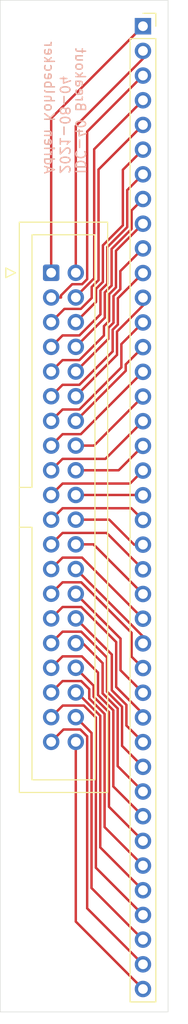
<source format=kicad_pcb>
(kicad_pcb (version 20211014) (generator pcbnew)
  (layers (0 "F.Cu" signal) (31 "B.Cu" signal) (34 "B.Paste" user) (35 "F.Paste" user) (36 "B.SilkS" user "B.Silkscreen") (37 "F.SilkS" user "F.Silkscreen") (38 "B.Mask" user) (39 "F.Mask" user) (44 "Edge.Cuts" user))
  (net 0 "")
  (net 1 "Net-(J1-Pad40)")
  (net 2 "Net-(J1-Pad39)")
  (net 3 "Net-(J1-Pad38)")
  (net 4 "Net-(J1-Pad37)")
  (net 5 "Net-(J1-Pad36)")
  (net 6 "Net-(J1-Pad35)")
  (net 7 "Net-(J1-Pad34)")
  (net 8 "Net-(J1-Pad33)")
  (net 9 "Net-(J1-Pad32)")
  (net 10 "Net-(J1-Pad31)")
  (net 11 "Net-(J1-Pad30)")
  (net 12 "Net-(J1-Pad29)")
  (net 13 "Net-(J1-Pad28)")
  (net 14 "Net-(J1-Pad27)")
  (net 15 "Net-(J1-Pad26)")
  (net 16 "Net-(J1-Pad25)")
  (net 17 "Net-(J1-Pad24)")
  (net 18 "Net-(J1-Pad23)")
  (net 19 "Net-(J1-Pad22)")
  (net 20 "Net-(J1-Pad21)")
  (net 21 "Net-(J1-Pad20)")
  (net 22 "Net-(J1-Pad19)")
  (net 23 "Net-(J1-Pad18)")
  (net 24 "Net-(J1-Pad17)")
  (net 25 "Net-(J1-Pad16)")
  (net 26 "Net-(J1-Pad15)")
  (net 27 "Net-(J1-Pad14)")
  (net 28 "Net-(J1-Pad13)")
  (net 29 "Net-(J1-Pad12)")
  (net 30 "Net-(J1-Pad11)")
  (net 31 "Net-(J1-Pad10)")
  (net 32 "Net-(J1-Pad9)")
  (net 33 "Net-(J1-Pad8)")
  (net 34 "Net-(J1-Pad7)")
  (net 35 "Net-(J1-Pad6)")
  (net 36 "Net-(J1-Pad5)")
  (net 37 "Net-(J1-Pad4)")
  (net 38 "Net-(J1-Pad3)")
  (net 39 "Net-(J1-Pad2)")
  (net 40 "Net-(J1-Pad1)")
  (footprint "Connector_PinSocket_2.54mm:PinSocket_1x40_P2.54mm_Vertical" (layer "F.Cu") (at 103.5558 40.416)
    (fp_text reference "J1" hide)
    (fp_text value "Conn_01x40")
    (fp_line (start -1.33 1.27) (end 1.33 1.27) (layer "F.SilkS") (width 0.12))
    (fp_line (start 0 -1.33) (end 1.33 -1.33) (layer "F.SilkS") (width 0.12))
    (fp_line (start -1.33 100.39) (end 1.33 100.39) (layer "F.SilkS") (width 0.12))
    (fp_line (start 1.33 1.27) (end 1.33 100.39) (layer "F.SilkS") (width 0.12))
    (fp_line (start -1.33 1.27) (end -1.33 100.39) (layer "F.SilkS") (width 0.12))
    (fp_line (start 1.33 -1.33) (end 1.33 0) (layer "F.SilkS") (width 0.12))
    (pad "1" thru_hole rect locked (at 0 0) (size 1.7 1.7) (drill 1) (layers *.Cu *.Mask) (net 40 "Net-(J1-Pad1)"))
    (pad "2" thru_hole oval locked (at 0 2.54) (size 1.7 1.7) (drill 1) (layers *.Cu *.Mask) (net 39 "Net-(J1-Pad2)"))
    (pad "3" thru_hole oval locked (at 0 5.08) (size 1.7 1.7) (drill 1) (layers *.Cu *.Mask) (net 38 "Net-(J1-Pad3)"))
    (pad "4" thru_hole oval locked (at 0 7.62) (size 1.7 1.7) (drill 1) (layers *.Cu *.Mask) (net 37 "Net-(J1-Pad4)"))
    (pad "5" thru_hole oval locked (at 0 10.16) (size 1.7 1.7) (drill 1) (layers *.Cu *.Mask) (net 36 "Net-(J1-Pad5)"))
    (pad "6" thru_hole oval locked (at 0 12.7) (size 1.7 1.7) (drill 1) (layers *.Cu *.Mask) (net 35 "Net-(J1-Pad6)"))
    (pad "7" thru_hole oval locked (at 0 15.24) (size 1.7 1.7) (drill 1) (layers *.Cu *.Mask) (net 34 "Net-(J1-Pad7)"))
    (pad "8" thru_hole oval locked (at 0 17.78) (size 1.7 1.7) (drill 1) (layers *.Cu *.Mask) (net 33 "Net-(J1-Pad8)"))
    (pad "9" thru_hole oval locked (at 0 20.32) (size 1.7 1.7) (drill 1) (layers *.Cu *.Mask) (net 32 "Net-(J1-Pad9)"))
    (pad "10" thru_hole oval locked (at 0 22.86) (size 1.7 1.7) (drill 1) (layers *.Cu *.Mask) (net 31 "Net-(J1-Pad10)"))
    (pad "11" thru_hole oval locked (at 0 25.4) (size 1.7 1.7) (drill 1) (layers *.Cu *.Mask) (net 30 "Net-(J1-Pad11)"))
    (pad "12" thru_hole oval locked (at 0 27.94) (size 1.7 1.7) (drill 1) (layers *.Cu *.Mask) (net 29 "Net-(J1-Pad12)"))
    (pad "13" thru_hole oval locked (at 0 30.48) (size 1.7 1.7) (drill 1) (layers *.Cu *.Mask) (net 28 "Net-(J1-Pad13)"))
    (pad "14" thru_hole oval locked (at 0 33.02) (size 1.7 1.7) (drill 1) (layers *.Cu *.Mask) (net 27 "Net-(J1-Pad14)"))
    (pad "15" thru_hole oval locked (at 0 35.56) (size 1.7 1.7) (drill 1) (layers *.Cu *.Mask) (net 26 "Net-(J1-Pad15)"))
    (pad "16" thru_hole oval locked (at 0 38.1) (size 1.7 1.7) (drill 1) (layers *.Cu *.Mask) (net 25 "Net-(J1-Pad16)"))
    (pad "17" thru_hole oval locked (at 0 40.64) (size 1.7 1.7) (drill 1) (layers *.Cu *.Mask) (net 24 "Net-(J1-Pad17)"))
    (pad "18" thru_hole oval locked (at 0 43.18) (size 1.7 1.7) (drill 1) (layers *.Cu *.Mask) (net 23 "Net-(J1-Pad18)"))
    (pad "19" thru_hole oval locked (at 0 45.72) (size 1.7 1.7) (drill 1) (layers *.Cu *.Mask) (net 22 "Net-(J1-Pad19)"))
    (pad "20" thru_hole oval locked (at 0 48.26) (size 1.7 1.7) (drill 1) (layers *.Cu *.Mask) (net 21 "Net-(J1-Pad20)"))
    (pad "21" thru_hole oval locked (at 0 50.8) (size 1.7 1.7) (drill 1) (layers *.Cu *.Mask) (net 20 "Net-(J1-Pad21)"))
    (pad "22" thru_hole oval locked (at 0 53.34) (size 1.7 1.7) (drill 1) (layers *.Cu *.Mask) (net 19 "Net-(J1-Pad22)"))
    (pad "23" thru_hole oval locked (at 0 55.88) (size 1.7 1.7) (drill 1) (layers *.Cu *.Mask) (net 18 "Net-(J1-Pad23)"))
    (pad "24" thru_hole oval locked (at 0 58.42) (size 1.7 1.7) (drill 1) (layers *.Cu *.Mask) (net 17 "Net-(J1-Pad24)"))
    (pad "25" thru_hole oval locked (at 0 60.96) (size 1.7 1.7) (drill 1) (layers *.Cu *.Mask) (net 16 "Net-(J1-Pad25)"))
    (pad "26" thru_hole oval locked (at 0 63.5) (size 1.7 1.7) (drill 1) (layers *.Cu *.Mask) (net 15 "Net-(J1-Pad26)"))
    (pad "27" thru_hole oval locked (at 0 66.04) (size 1.7 1.7) (drill 1) (layers *.Cu *.Mask) (net 14 "Net-(J1-Pad27)"))
    (pad "28" thru_hole oval locked (at 0 68.58) (size 1.7 1.7) (drill 1) (layers *.Cu *.Mask) (net 13 "Net-(J1-Pad28)"))
    (pad "29" thru_hole oval locked (at 0 71.12) (size 1.7 1.7) (drill 1) (layers *.Cu *.Mask) (net 12 "Net-(J1-Pad29)"))
    (pad "30" thru_hole oval locked (at 0 73.66) (size 1.7 1.7) (drill 1) (layers *.Cu *.Mask) (net 11 "Net-(J1-Pad30)"))
    (pad "31" thru_hole oval locked (at 0 76.2) (size 1.7 1.7) (drill 1) (layers *.Cu *.Mask) (net 10 "Net-(J1-Pad31)"))
    (pad "32" thru_hole oval locked (at 0 78.74) (size 1.7 1.7) (drill 1) (layers *.Cu *.Mask) (net 9 "Net-(J1-Pad32)"))
    (pad "33" thru_hole oval locked (at 0 81.28) (size 1.7 1.7) (drill 1) (layers *.Cu *.Mask) (net 8 "Net-(J1-Pad33)"))
    (pad "34" thru_hole oval locked (at 0 83.82) (size 1.7 1.7) (drill 1) (layers *.Cu *.Mask) (net 7 "Net-(J1-Pad34)"))
    (pad "35" thru_hole oval locked (at 0 86.36) (size 1.7 1.7) (drill 1) (layers *.Cu *.Mask) (net 6 "Net-(J1-Pad35)"))
    (pad "36" thru_hole oval locked (at 0 88.9) (size 1.7 1.7) (drill 1) (layers *.Cu *.Mask) (net 5 "Net-(J1-Pad36)"))
    (pad "37" thru_hole oval locked (at 0 91.44) (size 1.7 1.7) (drill 1) (layers *.Cu *.Mask) (net 4 "Net-(J1-Pad37)"))
    (pad "38" thru_hole oval locked (at 0 93.98) (size 1.7 1.7) (drill 1) (layers *.Cu *.Mask) (net 3 "Net-(J1-Pad38)"))
    (pad "39" thru_hole oval locked (at 0 96.52) (size 1.7 1.7) (drill 1) (layers *.Cu *.Mask) (net 2 "Net-(J1-Pad39)"))
    (pad "40" thru_hole oval locked (at 0 99.06) (size 1.7 1.7) (drill 1) (layers *.Cu *.Mask) (net 1 "Net-(J1-Pad40)"))
  )
  (footprint "Connector_IDC:IDC-Header_2x20_P2.54mm_Vertical" (layer "F.Cu") (at 94.0816 65.786)
    (fp_text reference "J2" hide)
    (fp_text value "Conn_01x40")
    (fp_line (start 4.52 52.17) (end -1.98 52.17) (layer "F.SilkS") (width 0.12))
    (fp_line (start -1.98 -3.91) (end 4.52 -3.91) (layer "F.SilkS") (width 0.12))
    (fp_line (start -3.29 -5.21) (end 5.83 -5.21) (layer "F.SilkS") (width 0.12))
    (fp_line (start 5.83 -5.21) (end 5.83 53.47) (layer "F.SilkS") (width 0.12))
    (fp_line (start 4.52 -3.91) (end 4.52 52.17) (layer "F.SilkS") (width 0.12))
    (fp_line (start -3.29 53.47) (end -3.29 -5.21) (layer "F.SilkS") (width 0.12))
    (fp_line (start -1.98 26.18) (end -1.98 26.18) (layer "F.SilkS") (width 0.12))
    (fp_line (start -3.68 0) (end -4.68 -0.5) (layer "F.SilkS") (width 0.12))
    (fp_line (start -1.98 52.17) (end -1.98 26.18) (layer "F.SilkS") (width 0.12))
    (fp_line (start 5.83 53.47) (end -3.29 53.47) (layer "F.SilkS") (width 0.12))
    (fp_line (start -3.29 22.08) (end -1.98 22.08) (layer "F.SilkS") (width 0.12))
    (fp_line (start -1.98 22.08) (end -1.98 -3.91) (layer "F.SilkS") (width 0.12))
    (fp_line (start -4.68 -0.5) (end -4.68 0.5) (layer "F.SilkS") (width 0.12))
    (fp_line (start -1.98 26.18) (end -3.29 26.18) (layer "F.SilkS") (width 0.12))
    (fp_line (start -4.68 0.5) (end -3.68 0) (layer "F.SilkS") (width 0.12))
    (pad "1" thru_hole roundrect locked (at 0 0) (size 1.7 1.7) (drill 1) (layers *.Cu *.Mask) (roundrect_rratio 0.1470588235) (net 40 "Net-(J1-Pad1)"))
    (pad "2" thru_hole circle locked (at 2.54 0) (size 1.7 1.7) (drill 1) (layers *.Cu *.Mask) (net 39 "Net-(J1-Pad2)"))
    (pad "3" thru_hole circle locked (at 0 2.54) (size 1.7 1.7) (drill 1) (layers *.Cu *.Mask) (net 38 "Net-(J1-Pad3)"))
    (pad "4" thru_hole circle locked (at 2.54 2.54) (size 1.7 1.7) (drill 1) (layers *.Cu *.Mask) (net 37 "Net-(J1-Pad4)"))
    (pad "5" thru_hole circle locked (at 0 5.08) (size 1.7 1.7) (drill 1) (layers *.Cu *.Mask) (net 36 "Net-(J1-Pad5)"))
    (pad "6" thru_hole circle locked (at 2.54 5.08) (size 1.7 1.7) (drill 1) (layers *.Cu *.Mask) (net 35 "Net-(J1-Pad6)"))
    (pad "7" thru_hole circle locked (at 0 7.62) (size 1.7 1.7) (drill 1) (layers *.Cu *.Mask) (net 34 "Net-(J1-Pad7)"))
    (pad "8" thru_hole circle locked (at 2.54 7.62) (size 1.7 1.7) (drill 1) (layers *.Cu *.Mask) (net 33 "Net-(J1-Pad8)"))
    (pad "9" thru_hole circle locked (at 0 10.16) (size 1.7 1.7) (drill 1) (layers *.Cu *.Mask) (net 32 "Net-(J1-Pad9)"))
    (pad "10" thru_hole circle locked (at 2.54 10.16) (size 1.7 1.7) (drill 1) (layers *.Cu *.Mask) (net 31 "Net-(J1-Pad10)"))
    (pad "11" thru_hole circle locked (at 0 12.7) (size 1.7 1.7) (drill 1) (layers *.Cu *.Mask) (net 30 "Net-(J1-Pad11)"))
    (pad "12" thru_hole circle locked (at 2.54 12.7) (size 1.7 1.7) (drill 1) (layers *.Cu *.Mask) (net 29 "Net-(J1-Pad12)"))
    (pad "13" thru_hole circle locked (at 0 15.24) (size 1.7 1.7) (drill 1) (layers *.Cu *.Mask) (net 28 "Net-(J1-Pad13)"))
    (pad "14" thru_hole circle locked (at 2.54 15.24) (size 1.7 1.7) (drill 1) (layers *.Cu *.Mask) (net 27 "Net-(J1-Pad14)"))
    (pad "15" thru_hole circle locked (at 0 17.78) (size 1.7 1.7) (drill 1) (layers *.Cu *.Mask) (net 26 "Net-(J1-Pad15)"))
    (pad "16" thru_hole circle locked (at 2.54 17.78) (size 1.7 1.7) (drill 1) (layers *.Cu *.Mask) (net 25 "Net-(J1-Pad16)"))
    (pad "17" thru_hole circle locked (at 0 20.32) (size 1.7 1.7) (drill 1) (layers *.Cu *.Mask) (net 24 "Net-(J1-Pad17)"))
    (pad "18" thru_hole circle locked (at 2.54 20.32) (size 1.7 1.7) (drill 1) (layers *.Cu *.Mask) (net 23 "Net-(J1-Pad18)"))
    (pad "19" thru_hole circle locked (at 0 22.86) (size 1.7 1.7) (drill 1) (layers *.Cu *.Mask) (net 22 "Net-(J1-Pad19)"))
    (pad "20" thru_hole circle locked (at 2.54 22.86) (size 1.7 1.7) (drill 1) (layers *.Cu *.Mask) (net 21 "Net-(J1-Pad20)"))
    (pad "21" thru_hole circle locked (at 0 25.4) (size 1.7 1.7) (drill 1) (layers *.Cu *.Mask) (net 20 "Net-(J1-Pad21)"))
    (pad "22" thru_hole circle locked (at 2.54 25.4) (size 1.7 1.7) (drill 1) (layers *.Cu *.Mask) (net 19 "Net-(J1-Pad22)"))
    (pad "23" thru_hole circle locked (at 0 27.94) (size 1.7 1.7) (drill 1) (layers *.Cu *.Mask) (net 18 "Net-(J1-Pad23)"))
    (pad "24" thru_hole circle locked (at 2.54 27.94) (size 1.7 1.7) (drill 1) (layers *.Cu *.Mask) (net 17 "Net-(J1-Pad24)"))
    (pad "25" thru_hole circle locked (at 0 30.48) (size 1.7 1.7) (drill 1) (layers *.Cu *.Mask) (net 16 "Net-(J1-Pad25)"))
    (pad "26" thru_hole circle locked (at 2.54 30.48) (size 1.7 1.7) (drill 1) (layers *.Cu *.Mask) (net 15 "Net-(J1-Pad26)"))
    (pad "27" thru_hole circle locked (at 0 33.02) (size 1.7 1.7) (drill 1) (layers *.Cu *.Mask) (net 14 "Net-(J1-Pad27)"))
    (pad "28" thru_hole circle locked (at 2.54 33.02) (size 1.7 1.7) (drill 1) (layers *.Cu *.Mask) (net 13 "Net-(J1-Pad28)"))
    (pad "29" thru_hole circle locked (at 0 35.56) (size 1.7 1.7) (drill 1) (layers *.Cu *.Mask) (net 12 "Net-(J1-Pad29)"))
    (pad "30" thru_hole circle locked (at 2.54 35.56) (size 1.7 1.7) (drill 1) (layers *.Cu *.Mask) (net 11 "Net-(J1-Pad30)"))
    (pad "31" thru_hole circle locked (at 0 38.1) (size 1.7 1.7) (drill 1) (layers *.Cu *.Mask) (net 10 "Net-(J1-Pad31)"))
    (pad "32" thru_hole circle locked (at 2.54 38.1) (size 1.7 1.7) (drill 1) (layers *.Cu *.Mask) (net 9 "Net-(J1-Pad32)"))
    (pad "33" thru_hole circle locked (at 0 40.64) (size 1.7 1.7) (drill 1) (layers *.Cu *.Mask) (net 8 "Net-(J1-Pad33)"))
    (pad "34" thru_hole circle locked (at 2.54 40.64) (size 1.7 1.7) (drill 1) (layers *.Cu *.Mask) (net 7 "Net-(J1-Pad34)"))
    (pad "35" thru_hole circle locked (at 0 43.18) (size 1.7 1.7) (drill 1) (layers *.Cu *.Mask) (net 6 "Net-(J1-Pad35)"))
    (pad "36" thru_hole circle locked (at 2.54 43.18) (size 1.7 1.7) (drill 1) (layers *.Cu *.Mask) (net 5 "Net-(J1-Pad36)"))
    (pad "37" thru_hole circle locked (at 0 45.72) (size 1.7 1.7) (drill 1) (layers *.Cu *.Mask) (net 4 "Net-(J1-Pad37)"))
    (pad "38" thru_hole circle locked (at 2.54 45.72) (size 1.7 1.7) (drill 1) (layers *.Cu *.Mask) (net 3 "Net-(J1-Pad38)"))
    (pad "39" thru_hole circle locked (at 0 48.26) (size 1.7 1.7) (drill 1) (layers *.Cu *.Mask) (net 2 "Net-(J1-Pad39)"))
    (pad "40" thru_hole circle locked (at 2.54 48.26) (size 1.7 1.7) (drill 1) (layers *.Cu *.Mask) (net 1 "Net-(J1-Pad40)"))
  )
  (gr_line (start 106.1466 141.8336) (end 106.1466 37.7444) (layer "Edge.Cuts") (width 0.05))
  (gr_line (start 106.1466 37.7444) (end 88.8238 37.7444) (layer "Edge.Cuts") (width 0.05))
  (gr_line (start 88.8238 141.8336) (end 106.1466 141.8336) (layer "Edge.Cuts") (width 0.05))
  (gr_line (start 88.8238 37.7444) (end 88.8238 141.8336) (layer "Edge.Cuts") (width 0.05))
  (gr_text "IDC-40 Breakout\n2021-08-04\nAdrien Kohlbecker" (at 95.4786 55.7022 -90) (layer "B.SilkS") (effects (font (size 1 1)) (justify left mirror)))
  (segment (start 96.6216 114.046) (end 96.6216 132.5372) (width 0.25) (layer "F.Cu") (net 1))
  (segment (start 103.5558 139.4714) (end 103.5558 139.476) (width 0.25) (layer "F.Cu") (net 1))
  (segment (start 96.6216 132.5372) (end 103.5558 139.4714) (width 0.25) (layer "F.Cu") (net 1))
  (segment (start 97.090602 112.776) (end 97.796601 113.481999) (width 0.25) (layer "F.Cu") (net 2))
  (segment (start 94.0816 114.046) (end 95.3516 112.776) (width 0.25) (layer "F.Cu") (net 2))
  (segment (start 97.796601 113.481999) (end 97.796601 131.176801) (width 0.25) (layer "F.Cu") (net 2))
  (segment (start 95.3516 112.776) (end 97.090602 112.776) (width 0.25) (layer "F.Cu") (net 2))
  (segment (start 97.796601 131.176801) (end 103.5558 136.936) (width 0.25) (layer "F.Cu") (net 2))
  (segment (start 98.246612 129.086812) (end 102.705801 133.546001) (width 0.25) (layer "F.Cu") (net 3))
  (segment (start 98.246612 113.131012) (end 98.246612 129.086812) (width 0.25) (layer "F.Cu") (net 3))
  (segment (start 96.6216 111.506) (end 98.246612 113.131012) (width 0.25) (layer "F.Cu") (net 3))
  (segment (start 102.705801 133.546001) (end 103.5558 134.396) (width 0.25) (layer "F.Cu") (net 3))
  (segment (start 98.696623 111.549023) (end 98.696623 126.996823) (width 0.25) (layer "F.Cu") (net 4))
  (segment (start 94.0816 111.506) (end 95.2754 110.3122) (width 0.25) (layer "F.Cu") (net 4))
  (segment (start 95.2754 110.3122) (end 97.4598 110.3122) (width 0.25) (layer "F.Cu") (net 4))
  (segment (start 98.696623 126.996823) (end 102.705801 131.006001) (width 0.25) (layer "F.Cu") (net 4))
  (segment (start 102.705801 131.006001) (end 103.5558 131.856) (width 0.25) (layer "F.Cu") (net 4))
  (segment (start 97.4598 110.3122) (end 98.696623 111.549023) (width 0.25) (layer "F.Cu") (net 4))
  (segment (start 102.705801 128.466001) (end 103.5558 129.316) (width 0.25) (layer "F.Cu") (net 5))
  (segment (start 96.6216 108.966) (end 96.75001 108.966) (width 0.25) (layer "F.Cu") (net 5))
  (segment (start 99.146634 111.362623) (end 99.146634 124.906834) (width 0.25) (layer "F.Cu") (net 5))
  (segment (start 96.75001 108.966) (end 99.146634 111.362623) (width 0.25) (layer "F.Cu") (net 5))
  (segment (start 99.146634 124.906834) (end 102.705801 128.466001) (width 0.25) (layer "F.Cu") (net 5))
  (segment (start 102.705801 125.926001) (end 103.5558 126.776) (width 0.25) (layer "F.Cu") (net 6))
  (segment (start 97.185601 107.790999) (end 98.011409 108.616807) (width 0.25) (layer "F.Cu") (net 6))
  (segment (start 95.256601 107.790999) (end 97.185601 107.790999) (width 0.25) (layer "F.Cu") (net 6))
  (segment (start 99.596645 122.816845) (end 102.705801 125.926001) (width 0.25) (layer "F.Cu") (net 6))
  (segment (start 98.011409 109.590987) (end 99.596645 111.176223) (width 0.25) (layer "F.Cu") (net 6))
  (segment (start 94.0816 108.966) (end 95.256601 107.790999) (width 0.25) (layer "F.Cu") (net 6))
  (segment (start 99.596645 111.176223) (end 99.596645 122.816845) (width 0.25) (layer "F.Cu") (net 6))
  (segment (start 98.011409 108.616807) (end 98.011409 109.590987) (width 0.25) (layer "F.Cu") (net 6))
  (segment (start 100.046656 120.726856) (end 102.705801 123.386001) (width 0.25) (layer "F.Cu") (net 7))
  (segment (start 96.6216 106.426) (end 98.46142 108.26582) (width 0.25) (layer "F.Cu") (net 7))
  (segment (start 100.046656 110.989823) (end 100.046656 120.726856) (width 0.25) (layer "F.Cu") (net 7))
  (segment (start 98.46142 108.26582) (end 98.46142 109.404587) (width 0.25) (layer "F.Cu") (net 7))
  (segment (start 98.46142 109.404587) (end 100.046656 110.989823) (width 0.25) (layer "F.Cu") (net 7))
  (segment (start 102.705801 123.386001) (end 103.5558 124.236) (width 0.25) (layer "F.Cu") (net 7))
  (segment (start 98.911431 106.913842) (end 98.911431 109.218187) (width 0.25) (layer "F.Cu") (net 8))
  (segment (start 94.0816 106.426) (end 95.256601 105.250999) (width 0.25) (layer "F.Cu") (net 8))
  (segment (start 95.256601 105.250999) (end 97.248588 105.250999) (width 0.25) (layer "F.Cu") (net 8))
  (segment (start 100.496667 110.803423) (end 100.496667 118.636867) (width 0.25) (layer "F.Cu") (net 8))
  (segment (start 100.496667 118.636867) (end 103.5558 121.696) (width 0.25) (layer "F.Cu") (net 8))
  (segment (start 97.248588 105.250999) (end 98.911431 106.913842) (width 0.25) (layer "F.Cu") (net 8))
  (segment (start 98.911431 109.218187) (end 100.496667 110.803423) (width 0.25) (layer "F.Cu") (net 8))
  (segment (start 99.3902 109.060546) (end 100.946678 110.617023) (width 0.25) (layer "F.Cu") (net 9))
  (segment (start 97.3328 103.886) (end 99.3902 105.9434) (width 0.25) (layer "F.Cu") (net 9))
  (segment (start 99.3902 105.9434) (end 99.3902 109.060546) (width 0.25) (layer "F.Cu") (net 9))
  (segment (start 96.6216 103.886) (end 97.3328 103.886) (width 0.25) (layer "F.Cu") (net 9))
  (segment (start 100.946678 116.546878) (end 103.5558 119.156) (width 0.25) (layer "F.Cu") (net 9))
  (segment (start 100.946678 110.617023) (end 100.946678 116.546878) (width 0.25) (layer "F.Cu") (net 9))
  (segment (start 101.396689 110.430623) (end 101.396689 114.456889) (width 0.25) (layer "F.Cu") (net 10))
  (segment (start 95.256601 102.710999) (end 97.185601 102.710999) (width 0.25) (layer "F.Cu") (net 10))
  (segment (start 99.840211 108.874145) (end 101.396689 110.430623) (width 0.25) (layer "F.Cu") (net 10))
  (segment (start 94.0816 103.886) (end 95.256601 102.710999) (width 0.25) (layer "F.Cu") (net 10))
  (segment (start 99.840211 105.365609) (end 99.840211 108.874145) (width 0.25) (layer "F.Cu") (net 10))
  (segment (start 97.185601 102.710999) (end 99.840211 105.365609) (width 0.25) (layer "F.Cu") (net 10))
  (segment (start 101.396689 114.456889) (end 103.5558 116.616) (width 0.25) (layer "F.Cu") (net 10))
  (segment (start 101.8467 110.244223) (end 101.8467 112.3669) (width 0.25) (layer "F.Cu") (net 11))
  (segment (start 100.341022 105.065422) (end 100.341022 108.738545) (width 0.25) (layer "F.Cu") (net 11))
  (segment (start 96.6216 101.346) (end 100.341022 105.065422) (width 0.25) (layer "F.Cu") (net 11))
  (segment (start 101.8467 112.3669) (end 103.5558 114.076) (width 0.25) (layer "F.Cu") (net 11))
  (segment (start 100.341022 108.738545) (end 101.8467 110.244223) (width 0.25) (layer "F.Cu") (net 11))
  (segment (start 95.256601 100.170999) (end 97.185601 100.170999) (width 0.25) (layer "F.Cu") (net 12))
  (segment (start 103.5558 111.165924) (end 103.5558 111.536) (width 0.25) (layer "F.Cu") (net 12))
  (segment (start 94.0816 101.346) (end 95.256601 100.170999) (width 0.25) (layer "F.Cu") (net 12))
  (segment (start 100.791033 108.401157) (end 103.5558 111.165924) (width 0.25) (layer "F.Cu") (net 12))
  (segment (start 100.791033 103.776431) (end 100.791033 108.401157) (width 0.25) (layer "F.Cu") (net 12))
  (segment (start 97.185601 100.170999) (end 100.791033 103.776431) (width 0.25) (layer "F.Cu") (net 12))
  (segment (start 101.241044 106.681244) (end 103.5558 108.996) (width 0.25) (layer "F.Cu") (net 13))
  (segment (start 96.6216 98.806) (end 101.241044 103.425444) (width 0.25) (layer "F.Cu") (net 13))
  (segment (start 101.241044 103.425444) (end 101.241044 106.681244) (width 0.25) (layer "F.Cu") (net 13))
  (segment (start 102.380799 105.280999) (end 103.5558 106.456) (width 0.25) (layer "F.Cu") (net 14))
  (segment (start 95.256601 97.630999) (end 97.185601 97.630999) (width 0.25) (layer "F.Cu") (net 14))
  (segment (start 102.380799 102.826197) (end 102.380799 105.280999) (width 0.25) (layer "F.Cu") (net 14))
  (segment (start 97.185601 97.630999) (end 102.380799 102.826197) (width 0.25) (layer "F.Cu") (net 14))
  (segment (start 94.0816 98.806) (end 95.256601 97.630999) (width 0.25) (layer "F.Cu") (net 14))
  (segment (start 96.6216 96.266) (end 103.5558 103.2002) (width 0.25) (layer "F.Cu") (net 15))
  (segment (start 103.5558 103.2002) (end 103.5558 103.916) (width 0.25) (layer "F.Cu") (net 15))
  (segment (start 95.256601 95.090999) (end 97.270799 95.090999) (width 0.25) (layer "F.Cu") (net 16))
  (segment (start 97.270799 95.090999) (end 103.5558 101.376) (width 0.25) (layer "F.Cu") (net 16))
  (segment (start 94.0816 96.266) (end 95.256601 95.090999) (width 0.25) (layer "F.Cu") (net 16))
  (segment (start 98.4458 93.726) (end 103.5558 98.836) (width 0.25) (layer "F.Cu") (net 17))
  (segment (start 96.6216 93.726) (end 98.4458 93.726) (width 0.25) (layer "F.Cu") (net 17))
  (segment (start 99.810799 92.550999) (end 103.5558 96.296) (width 0.25) (layer "F.Cu") (net 18))
  (segment (start 95.256601 92.550999) (end 99.810799 92.550999) (width 0.25) (layer "F.Cu") (net 18))
  (segment (start 94.0816 93.726) (end 95.256601 92.550999) (width 0.25) (layer "F.Cu") (net 18))
  (segment (start 100.076 91.186) (end 102.646 93.756) (width 0.25) (layer "F.Cu") (net 19))
  (segment (start 96.6216 91.186) (end 100.076 91.186) (width 0.25) (layer "F.Cu") (net 19))
  (segment (start 102.646 93.756) (end 103.5558 93.756) (width 0.25) (layer "F.Cu") (net 19))
  (segment (start 94.0816 91.186) (end 95.256601 90.010999) (width 0.25) (layer "F.Cu") (net 20))
  (segment (start 102.350799 90.010999) (end 103.5558 91.216) (width 0.25) (layer "F.Cu") (net 20))
  (segment (start 95.256601 90.010999) (end 102.350799 90.010999) (width 0.25) (layer "F.Cu") (net 20))
  (segment (start 96.6216 88.646) (end 103.5258 88.646) (width 0.25) (layer "F.Cu") (net 21))
  (segment (start 103.5258 88.646) (end 103.5558 88.676) (width 0.25) (layer "F.Cu") (net 21))
  (segment (start 94.0816 88.646) (end 95.256601 87.470999) (width 0.25) (layer "F.Cu") (net 22))
  (segment (start 102.220801 87.470999) (end 103.5558 86.136) (width 0.25) (layer "F.Cu") (net 22))
  (segment (start 95.256601 87.470999) (end 102.220801 87.470999) (width 0.25) (layer "F.Cu") (net 22))
  (segment (start 96.6216 86.106) (end 101.0458 86.106) (width 0.25) (layer "F.Cu") (net 23))
  (segment (start 101.0458 86.106) (end 103.5558 83.596) (width 0.25) (layer "F.Cu") (net 23))
  (segment (start 99.680801 84.930999) (end 103.5558 81.056) (width 0.25) (layer "F.Cu") (net 24))
  (segment (start 94.0816 86.106) (end 95.256601 84.930999) (width 0.25) (layer "F.Cu") (net 24))
  (segment (start 95.256601 84.930999) (end 99.680801 84.930999) (width 0.25) (layer "F.Cu") (net 24))
  (segment (start 96.6216 83.566) (end 98.5058 83.566) (width 0.25) (layer "F.Cu") (net 25))
  (segment (start 98.5058 83.566) (end 103.5558 78.516) (width 0.25) (layer "F.Cu") (net 25))
  (segment (start 95.256601 82.390999) (end 97.140801 82.390999) (width 0.25) (layer "F.Cu") (net 26))
  (segment (start 97.140801 82.390999) (end 103.5558 75.976) (width 0.25) (layer "F.Cu") (net 26))
  (segment (start 94.0816 83.566) (end 95.256601 82.390999) (width 0.25) (layer "F.Cu") (net 26))
  (segment (start 101.7778 75.214) (end 103.5558 73.436) (width 0.25) (layer "F.Cu") (net 27))
  (segment (start 96.6216 81.026) (end 101.7778 75.8698) (width 0.25) (layer "F.Cu") (net 27))
  (segment (start 101.7778 75.8698) (end 101.7778 75.214) (width 0.25) (layer "F.Cu") (net 27))
  (segment (start 96.995603 79.850999) (end 101.327789 75.518813) (width 0.25) (layer "F.Cu") (net 28))
  (segment (start 95.256601 79.850999) (end 96.995603 79.850999) (width 0.25) (layer "F.Cu") (net 28))
  (segment (start 101.327789 73.124011) (end 103.5558 70.896) (width 0.25) (layer "F.Cu") (net 28))
  (segment (start 101.327789 75.518813) (end 101.327789 73.124011) (width 0.25) (layer "F.Cu") (net 28))
  (segment (start 94.0816 81.026) (end 95.256601 79.850999) (width 0.25) (layer "F.Cu") (net 28))
  (segment (start 100.877778 71.83502) (end 103.5558 69.156998) (width 0.25) (layer "F.Cu") (net 29))
  (segment (start 96.6216 78.486) (end 100.877778 74.229822) (width 0.25) (layer "F.Cu") (net 29))
  (segment (start 100.877778 74.229822) (end 100.877778 71.83502) (width 0.25) (layer "F.Cu") (net 29))
  (segment (start 103.5558 69.156998) (end 103.5558 68.356) (width 0.25) (layer "F.Cu") (net 29))
  (segment (start 94.0816 78.486) (end 95.256601 77.310999) (width 0.25) (layer "F.Cu") (net 30))
  (segment (start 100.965 71.111387) (end 100.965 68.4068) (width 0.25) (layer "F.Cu") (net 30))
  (segment (start 100.965 68.4068) (end 103.5558 65.816) (width 0.25) (layer "F.Cu") (net 30))
  (segment (start 96.995603 77.310999) (end 100.427767 73.878835) (width 0.25) (layer "F.Cu") (net 30))
  (segment (start 100.427767 73.878835) (end 100.427767 71.64862) (width 0.25) (layer "F.Cu") (net 30))
  (segment (start 100.427767 71.64862) (end 100.965 71.111387) (width 0.25) (layer "F.Cu") (net 30))
  (segment (start 95.256601 77.310999) (end 96.995603 77.310999) (width 0.25) (layer "F.Cu") (net 30))
  (segment (start 100.514989 70.924988) (end 100.514989 68.176286) (width 0.25) (layer "F.Cu") (net 31))
  (segment (start 100.514989 68.176286) (end 101.219475 67.471801) (width 0.25) (layer "F.Cu") (net 31))
  (segment (start 101.219475 67.471801) (end 101.219475 65.612324) (width 0.25) (layer "F.Cu") (net 31))
  (segment (start 101.219475 65.612324) (end 103.5558 63.276) (width 0.25) (layer "F.Cu") (net 31))
  (segment (start 99.977756 72.589844) (end 99.977756 71.46222) (width 0.25) (layer "F.Cu") (net 31))
  (segment (start 99.977756 71.46222) (end 100.514989 70.924988) (width 0.25) (layer "F.Cu") (net 31))
  (segment (start 96.6216 75.946) (end 99.977756 72.589844) (width 0.25) (layer "F.Cu") (net 31))
  (segment (start 100.064978 67.989886) (end 100.769464 67.285401) (width 0.25) (layer "F.Cu") (net 32))
  (segment (start 99.527745 72.238857) (end 99.527746 71.275819) (width 0.25) (layer "F.Cu") (net 32))
  (segment (start 95.256601 74.770999) (end 96.995603 74.770999) (width 0.25) (layer "F.Cu") (net 32))
  (segment (start 94.0816 75.946) (end 95.256601 74.770999) (width 0.25) (layer "F.Cu") (net 32))
  (segment (start 99.527746 71.275819) (end 100.064978 70.738588) (width 0.25) (layer "F.Cu") (net 32))
  (segment (start 100.769464 67.285401) (end 100.769464 63.522336) (width 0.25) (layer "F.Cu") (net 32))
  (segment (start 100.064978 70.738588) (end 100.064978 67.989886) (width 0.25) (layer "F.Cu") (net 32))
  (segment (start 96.995603 74.770999) (end 99.527745 72.238857) (width 0.25) (layer "F.Cu") (net 32))
  (segment (start 100.769464 63.522336) (end 103.5558 60.736) (width 0.25) (layer "F.Cu") (net 32))
  (segment (start 100.319453 63.335937) (end 102.380799 61.274591) (width 0.25) (layer "F.Cu") (net 33))
  (segment (start 96.6216 73.406) (end 99.614967 70.412633) (width 0.25) (layer "F.Cu") (net 33))
  (segment (start 100.319453 67.099001) (end 100.319453 63.335937) (width 0.25) (layer "F.Cu") (net 33))
  (segment (start 102.380799 59.371001) (end 103.5558 58.196) (width 0.25) (layer "F.Cu") (net 33))
  (segment (start 99.614967 70.412633) (end 99.614967 67.803486) (width 0.25) (layer "F.Cu") (net 33))
  (segment (start 102.380799 61.274591) (end 102.380799 59.371001) (width 0.25) (layer "F.Cu") (net 33))
  (segment (start 99.614967 67.803486) (end 100.319453 67.099001) (width 0.25) (layer "F.Cu") (net 33))
  (segment (start 95.256601 72.230999) (end 96.995603 72.230999) (width 0.25) (layer "F.Cu") (net 34))
  (segment (start 99.869442 66.912601) (end 99.869442 63.149537) (width 0.25) (layer "F.Cu") (net 34))
  (segment (start 101.930788 57.281012) (end 103.5558 55.656) (width 0.25) (layer "F.Cu") (net 34))
  (segment (start 96.995603 72.230999) (end 99.164956 70.061646) (width 0.25) (layer "F.Cu") (net 34))
  (segment (start 94.0816 73.406) (end 95.256601 72.230999) (width 0.25) (layer "F.Cu") (net 34))
  (segment (start 99.869442 63.149537) (end 101.930788 61.088191) (width 0.25) (layer "F.Cu") (net 34))
  (segment (start 99.164956 67.617086) (end 99.869442 66.912601) (width 0.25) (layer "F.Cu") (net 34))
  (segment (start 99.164956 70.061646) (end 99.164956 67.617086) (width 0.25) (layer "F.Cu") (net 34))
  (segment (start 101.930788 61.088191) (end 101.930788 57.281012) (width 0.25) (layer "F.Cu") (net 34))
  (segment (start 96.6216 70.866) (end 98.714945 68.772655) (width 0.25) (layer "F.Cu") (net 35))
  (segment (start 101.480777 60.901791) (end 101.480777 55.191023) (width 0.25) (layer "F.Cu") (net 35))
  (segment (start 101.480777 55.191023) (end 102.705801 53.965999) (width 0.25) (layer "F.Cu") (net 35))
  (segment (start 98.714945 67.430686) (end 99.419431 66.726201) (width 0.25) (layer "F.Cu") (net 35))
  (segment (start 98.714945 68.772655) (end 98.714945 67.430686) (width 0.25) (layer "F.Cu") (net 35))
  (segment (start 99.419431 62.963137) (end 101.480777 60.901791) (width 0.25) (layer "F.Cu") (net 35))
  (segment (start 99.419431 66.726201) (end 99.419431 62.963137) (width 0.25) (layer "F.Cu") (net 35))
  (segment (start 102.705801 53.965999) (end 103.5558 53.116) (width 0.25) (layer "F.Cu") (net 35))
  (segment (start 103.5558 50.576) (end 98.96942 55.16238) (width 0.25) (layer "F.Cu") (net 36))
  (segment (start 98.96942 55.16238) (end 98.96942 66.539801) (width 0.25) (layer "F.Cu") (net 36))
  (segment (start 97.141344 69.501001) (end 95.446599 69.501001) (width 0.25) (layer "F.Cu") (net 36))
  (segment (start 95.446599 69.501001) (end 94.0816 70.866) (width 0.25) (layer "F.Cu") (net 36))
  (segment (start 98.264934 68.377412) (end 97.141344 69.501001) (width 0.25) (layer "F.Cu") (net 36))
  (segment (start 98.96942 66.539801) (end 98.264934 67.244286) (width 0.25) (layer "F.Cu") (net 36))
  (segment (start 98.264934 67.244286) (end 98.264934 68.377412) (width 0.25) (layer "F.Cu") (net 36))
  (segment (start 98.519409 66.353401) (end 96.6216 68.25121) (width 0.25) (layer "F.Cu") (net 37))
  (segment (start 98.519409 53.072391) (end 98.519409 66.353401) (width 0.25) (layer "F.Cu") (net 37))
  (segment (start 96.6216 68.25121) (end 96.6216 68.326) (width 0.25) (layer "F.Cu") (net 37))
  (segment (start 103.5558 48.036) (end 98.519409 53.072391) (width 0.25) (layer "F.Cu") (net 37))
  (segment (start 96.247597 66.961001) (end 97.275399 66.961001) (width 0.25) (layer "F.Cu") (net 38))
  (segment (start 95.0976 68.326) (end 95.0976 68.110998) (width 0.25) (layer "F.Cu") (net 38))
  (segment (start 97.275399 66.961001) (end 97.796601 66.439799) (width 0.25) (layer "F.Cu") (net 38))
  (segment (start 95.0976 68.110998) (end 96.247597 66.961001) (width 0.25) (layer "F.Cu") (net 38))
  (segment (start 94.0816 68.326) (end 95.0976 68.326) (width 0.25) (layer "F.Cu") (net 38))
  (segment (start 97.796601 66.439799) (end 97.796601 51.255199) (width 0.25) (layer "F.Cu") (net 38))
  (segment (start 97.796601 51.255199) (end 103.5558 45.496) (width 0.25) (layer "F.Cu") (net 38))
  (segment (start 96.6216 65.786) (end 96.6216 50.691198) (width 0.25) (layer "F.Cu") (net 39))
  (segment (start 103.5558 43.756998) (end 103.5558 42.956) (width 0.25) (layer "F.Cu") (net 39))
  (segment (start 96.6216 50.691198) (end 103.5558 43.756998) (width 0.25) (layer "F.Cu") (net 39))
  (segment (start 94.0816 49.8902) (end 94.0816 65.786) (width 0.25) (layer "F.Cu") (net 40))
  (segment (start 103.5558 40.416) (end 94.0816 49.8902) (width 0.25) (layer "F.Cu") (net 40))
)
</source>
